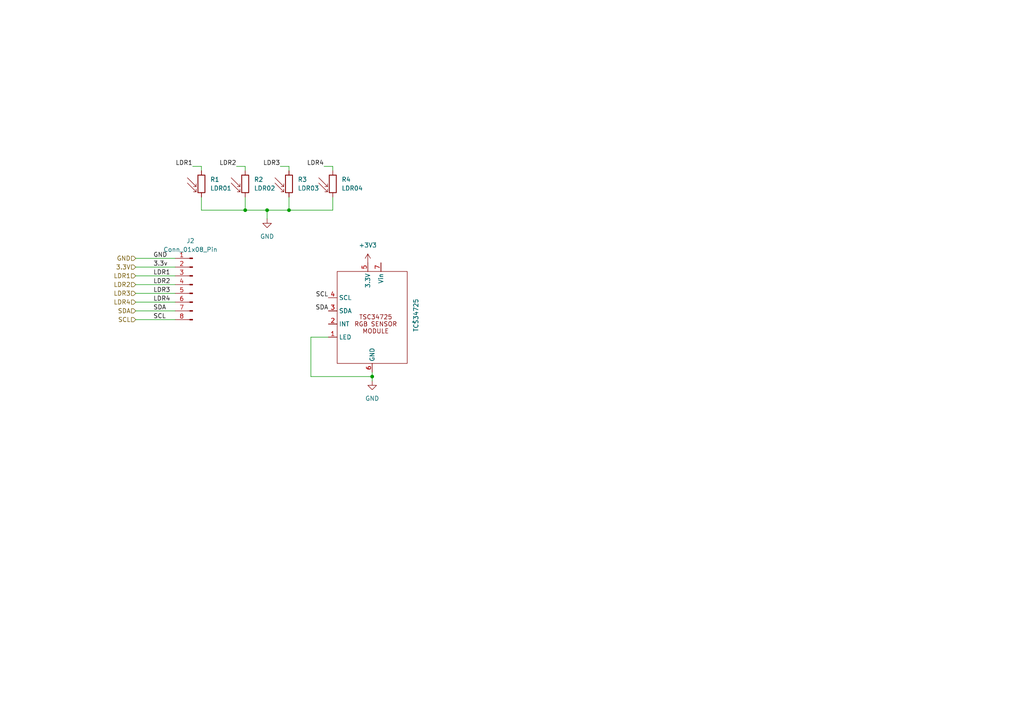
<source format=kicad_sch>
(kicad_sch (version 20231120) (generator "eeschema") (generator_version "8.0")
  (paper "A4")
  (lib_symbols
    (symbol "arduino_modulos:TCS34725_RGB_SENSOR_MODULE"
      (property "Reference" "TCS34725" (at 1.016 5.842 0))
      (symbol "TCS34725_RGB_SENSOR_MODULE_0_1"
        (rectangle (start -10.16 15.24) (end 10.16 -11.43))
      )
      (symbol "TCS34725_RGB_SENSOR_MODULE_1_1"
        (text "TSC34725\nRGB SENSOR\nMODULE" (at 1.016 0 0) (effects (font (size 1.27 1.27))))
        (pin input line (at -12.7 -3.81 0) (length 2.54) (name "LED") (number "1"))
        (pin input line (at -12.7 0 0) (length 2.54) (name "INT") (number "2"))
        (pin bidirectional line (at -12.7 3.81 0) (length 2.54) (name "SDA") (number "3"))
        (pin input line (at -12.7 7.62 0) (length 2.54) (name "SCL") (number "4"))
        (pin power_in line (at -1.27 17.78 270) (length 2.54) (name "3.3V") (number "5"))
        (pin power_in line (at 0 -13.97 90) (length 2.54) (name "GND") (number "6"))
        (pin power_in line (at 2.54 17.78 270) (length 2.54) (name "Vin") (number "7"))
      )
    )
    (symbol "solar_tracker:+3V3" (power) (pin_names (offset 0))
      (property "Value" "+3V3" (at 0 3.556 0))
      (symbol "+3V3_0_1"
        (polyline (pts (xy -0.762 1.27) (xy 0 2.54)))
        (polyline (pts (xy 0 0) (xy 0 2.54)))
        (polyline (pts (xy 0 2.54) (xy 0.762 1.27)))
      )
      (symbol "+3V3_1_1"
        (pin power_in line (at 0 0 90) (length 0) hide (name "+3V3") (number "1"))
      )
    )
    (symbol "solar_tracker:Conn_01x08_Pin" (pin_names (offset 1.016) hide)
      (property "Reference" "J" (at 0 10.16 0))
      (property "Value" "Conn_01x08_Pin" (at 0 -12.7 0))
      (symbol "Conn_01x08_Pin_1_1"
        (polyline (pts (xy 1.27 -10.16) (xy 0.8636 -10.16)) (stroke (width 0.1524)))
        (polyline (pts (xy 1.27 -7.62) (xy 0.8636 -7.62)) (stroke (width 0.1524)))
        (polyline (pts (xy 1.27 -5.08) (xy 0.8636 -5.08)) (stroke (width 0.1524)))
        (polyline (pts (xy 1.27 -2.54) (xy 0.8636 -2.54)) (stroke (width 0.1524)))
        (polyline (pts (xy 1.27 0) (xy 0.8636 0)) (stroke (width 0.1524)))
        (polyline (pts (xy 1.27 2.54) (xy 0.8636 2.54)) (stroke (width 0.1524)))
        (polyline (pts (xy 1.27 5.08) (xy 0.8636 5.08)) (stroke (width 0.1524)))
        (polyline (pts (xy 1.27 7.62) (xy 0.8636 7.62)) (stroke (width 0.1524)))
        (rectangle (start 0.8636 -10.033) (end 0 -10.287) (stroke (width 0.1524)) (fill (type outline)))
        (rectangle (start 0.8636 -7.493) (end 0 -7.747) (stroke (width 0.1524)) (fill (type outline)))
        (rectangle (start 0.8636 -4.953) (end 0 -5.207) (stroke (width 0.1524)) (fill (type outline)))
        (rectangle (start 0.8636 -2.413) (end 0 -2.667) (stroke (width 0.1524)) (fill (type outline)))
        (rectangle (start 0.8636 0.127) (end 0 -0.127) (stroke (width 0.1524)) (fill (type outline)))
        (rectangle (start 0.8636 2.667) (end 0 2.413) (stroke (width 0.1524)) (fill (type outline)))
        (rectangle (start 0.8636 5.207) (end 0 4.953) (stroke (width 0.1524)) (fill (type outline)))
        (rectangle (start 0.8636 7.747) (end 0 7.493) (stroke (width 0.1524)) (fill (type outline)))
        (pin passive line (at 5.08 7.62 180) (length 3.81) (name "Pin_1") (number "1"))
        (pin passive line (at 5.08 5.08 180) (length 3.81) (name "Pin_2") (number "2"))
        (pin passive line (at 5.08 2.54 180) (length 3.81) (name "Pin_3") (number "3"))
        (pin passive line (at 5.08 0 180) (length 3.81) (name "Pin_4") (number "4"))
        (pin passive line (at 5.08 -2.54 180) (length 3.81) (name "Pin_5") (number "5"))
        (pin passive line (at 5.08 -5.08 180) (length 3.81) (name "Pin_6") (number "6"))
        (pin passive line (at 5.08 -7.62 180) (length 3.81) (name "Pin_7") (number "7"))
        (pin passive line (at 5.08 -10.16 180) (length 3.81) (name "Pin_8") (number "8"))
      )
    )
    (symbol "solar_tracker:GND" (power) (pin_numbers hide) (pin_names (offset 0) hide)
      (property "Value" "GND" (at 0 -3.81 0))
      (symbol "GND_0_1"
        (polyline (pts (xy 0 0) (xy 0 -1.27) (xy 1.27 -1.27) (xy 0 -2.54) (xy -1.27 -1.27) (xy 0 -1.27)))
      )
      (symbol "GND_1_1"
        (pin power_in line (at 0 0 270) (length 0) (name "~") (number "1"))
      )
    )
    (symbol "solar_tracker:LDR03" (pin_numbers hide) (pin_names (offset 0))
      (property "Reference" "R" (at -5.08 0 90))
      (property "Value" "LDR03" (at 1.905 0 90))
      (symbol "LDR03_0_1"
        (rectangle (start -1.016 2.54) (end 1.016 -2.54) (stroke (width 0.254)))
        (polyline (pts (xy -1.524 -2.286) (xy -4.064 0.254)))
        (polyline (pts (xy -1.524 -2.286) (xy -2.286 -2.286)))
        (polyline (pts (xy -1.524 -2.286) (xy -1.524 -1.524)))
        (polyline (pts (xy -1.524 -0.762) (xy -4.064 1.778)))
        (polyline (pts (xy -1.524 -0.762) (xy -2.286 -0.762)))
        (polyline (pts (xy -1.524 -0.762) (xy -1.524 0)))
      )
      (symbol "LDR03_1_1"
        (pin passive line (at 0 3.81 270) (length 1.27) (name "~") (number "1"))
        (pin passive line (at 0 -3.81 90) (length 1.27) (name "~") (number "2"))
      )
    )
  )
  (junction (at 71.12 60.96))
  (junction (at 83.82 60.96))
  (junction (at 77.47 60.96))
  (junction (at 107.95 109.22))
  (wire (pts (xy 39.37 77.47) (xy 50.8 77.47)))
  (wire (pts (xy 39.37 74.93) (xy 50.8 74.93)))
  (wire (pts (xy 90.17 97.79) (xy 90.17 109.22)))
  (wire (pts (xy 58.42 57.15) (xy 58.42 60.96)))
  (wire (pts (xy 93.98 48.26) (xy 96.52 48.26)))
  (wire (pts (xy 71.12 48.26) (xy 71.12 49.53)))
  (wire (pts (xy 95.25 97.79) (xy 90.17 97.79)))
  (wire (pts (xy 68.58 48.26) (xy 71.12 48.26)))
  (wire (pts (xy 39.37 92.71) (xy 50.8 92.71)))
  (wire (pts (xy 55.88 48.26) (xy 58.42 48.26)))
  (wire (pts (xy 83.82 48.26) (xy 83.82 49.53)))
  (wire (pts (xy 39.37 80.01) (xy 50.8 80.01)))
  (wire (pts (xy 107.95 107.95) (xy 107.95 109.22)))
  (wire (pts (xy 39.37 82.55) (xy 50.8 82.55)))
  (wire (pts (xy 96.52 60.96) (xy 96.52 57.15)))
  (wire (pts (xy 90.17 109.22) (xy 107.95 109.22)))
  (wire (pts (xy 71.12 60.96) (xy 77.47 60.96)))
  (wire (pts (xy 58.42 60.96) (xy 71.12 60.96)))
  (wire (pts (xy 71.12 57.15) (xy 71.12 60.96)))
  (wire (pts (xy 96.52 48.26) (xy 96.52 49.53)))
  (wire (pts (xy 39.37 85.09) (xy 50.8 85.09)))
  (wire (pts (xy 77.47 60.96) (xy 77.47 63.5)))
  (wire (pts (xy 39.37 87.63) (xy 50.8 87.63)))
  (wire (pts (xy 81.28 48.26) (xy 83.82 48.26)))
  (wire (pts (xy 83.82 60.96) (xy 96.52 60.96)))
  (wire (pts (xy 39.37 90.17) (xy 50.8 90.17)))
  (wire (pts (xy 77.47 60.96) (xy 83.82 60.96)))
  (wire (pts (xy 107.95 109.22) (xy 107.95 110.49)))
  (wire (pts (xy 58.42 48.26) (xy 58.42 49.53)))
  (wire (pts (xy 83.82 57.15) (xy 83.82 60.96)))
  (label "LDR4" (at 44.45 87.63 0))
  (label "SCL" (at 44.45 92.71 0))
  (label "LDR2" (at 44.45 82.55 0))
  (label "LDR1" (at 55.88 48.26 180))
  (label "LDR4" (at 93.98 48.26 180))
  (label "LDR1" (at 44.45 80.01 0))
  (label "SDA" (at 44.45 90.17 0))
  (label "LDR3" (at 44.45 85.09 0))
  (label "LDR3" (at 81.28 48.26 180))
  (label "SCL" (at 95.25 86.36 180))
  (label "3.3v" (at 44.45 77.47 0))
  (label "GND" (at 44.45 74.93 0))
  (label "LDR2" (at 68.58 48.26 180))
  (label "SDA" (at 95.25 90.17 180))
  (hierarchical_label "SDA" (shape input) (at 39.37 90.17 180))
  (hierarchical_label "LDR1" (shape input) (at 39.37 80.01 180))
  (hierarchical_label "3.3V" (shape input) (at 39.37 77.47 180))
  (hierarchical_label "SCL" (shape input) (at 39.37 92.71 180))
  (hierarchical_label "GND" (shape input) (at 39.37 74.93 180))
  (hierarchical_label "LDR3" (shape input) (at 39.37 85.09 180))
  (hierarchical_label "LDR2" (shape input) (at 39.37 82.55 180))
  (hierarchical_label "LDR4" (shape input) (at 39.37 87.63 180))
  (symbol (lib_id "solar_tracker:GND") (at 107.95 110.49 0) (unit 1)
    (property "Reference" "#PWR04" (effects (hide yes)))
    (property "Value" "GND" (at 107.95 115.57 0))
    (property "Description" "Power symbol creates a global label with name \"GND\" , ground" (effects (hide yes)))
  )
  (symbol (lib_id "solar_tracker:LDR03") (at 58.42 53.34 0) (unit 1)
    (property "Reference" "R1" (at 60.96 52.0699 0) (effects (justify left)))
    (property "Value" "LDR01" (at 60.96 54.6099 0) (effects (justify left)))
    (property "Footprint" "solar_tracker:R_LDR_5.1x4.3mm_P3.4mm_Vertical" (effects (hide yes)))
    (property "Datasheet" "http://www.elektronica-componenten.nl/WebRoot/StoreNL/Shops/61422969/54F1/BA0C/C664/31B9/2173/C0A8/2AB9/2AEF/LDR03IMP.pdf" (effects (hide yes)))
    (property "Description" "light dependent resistor" (effects (hide yes)))
  )
  (symbol (lib_id "solar_tracker:GND") (at 77.47 63.5 0) (unit 1)
    (property "Reference" "#PWR01" (effects (hide yes)))
    (property "Value" "GND" (at 77.47 68.58 0))
    (property "Description" "Power symbol creates a global label with name \"GND\" , ground" (effects (hide yes)))
  )
  (symbol (lib_id "solar_tracker:LDR03") (at 71.12 53.34 0) (unit 1)
    (property "Reference" "R2" (at 73.66 52.0699 0) (effects (justify left)))
    (property "Value" "LDR02" (at 73.66 54.6099 0) (effects (justify left)))
    (property "Footprint" "solar_tracker:R_LDR_5.1x4.3mm_P3.4mm_Vertical" (effects (hide yes)))
    (property "Datasheet" "http://www.elektronica-componenten.nl/WebRoot/StoreNL/Shops/61422969/54F1/BA0C/C664/31B9/2173/C0A8/2AB9/2AEF/LDR03IMP.pdf" (effects (hide yes)))
    (property "Description" "light dependent resistor" (effects (hide yes)))
  )
  (symbol (lib_id "solar_tracker:Conn_01x08_Pin") (at 55.88 82.55 0) (mirror y) (unit 1)
    (property "Reference" "J2" (at 55.245 69.85 0))
    (property "Value" "Conn_01x08_Pin" (at 55.245 72.39 0))
    (property "Footprint" "solar_tracker:PinHeader_1x08_P2.54mm_Vertical_large_pad" (effects (hide yes)))
    (property "Description" "Generic connector, single row, 01x08, script generated" (effects (hide yes)))
  )
  (symbol (lib_id "solar_tracker:+3V3") (at 106.68 76.2 0) (unit 1)
    (property "Reference" "#PWR03" (effects (hide yes)))
    (property "Value" "+3V3" (at 106.68 71.12 0))
    (property "Description" "Power symbol creates a global label with name \"+3V3\"" (effects (hide yes)))
  )
  (symbol (lib_id "solar_tracker:LDR03") (at 96.52 53.34 0) (unit 1)
    (property "Reference" "R4" (at 99.06 52.0699 0) (effects (justify left)))
    (property "Value" "LDR04" (at 99.06 54.6099 0) (effects (justify left)))
    (property "Footprint" "solar_tracker:R_LDR_5.1x4.3mm_P3.4mm_Vertical" (effects (hide yes)))
    (property "Datasheet" "http://www.elektronica-componenten.nl/WebRoot/StoreNL/Shops/61422969/54F1/BA0C/C664/31B9/2173/C0A8/2AB9/2AEF/LDR03IMP.pdf" (effects (hide yes)))
    (property "Description" "light dependent resistor" (effects (hide yes)))
  )
  (symbol (lib_id "solar_tracker:LDR03") (at 83.82 53.34 0) (unit 1)
    (property "Reference" "R3" (at 86.36 52.0699 0) (effects (justify left)))
    (property "Value" "LDR03" (at 86.36 54.6099 0) (effects (justify left)))
    (property "Footprint" "solar_tracker:R_LDR_5.1x4.3mm_P3.4mm_Vertical" (effects (hide yes)))
    (property "Datasheet" "http://www.elektronica-componenten.nl/WebRoot/StoreNL/Shops/61422969/54F1/BA0C/C664/31B9/2173/C0A8/2AB9/2AEF/LDR03IMP.pdf" (effects (hide yes)))
    (property "Description" "light dependent resistor" (effects (hide yes)))
  )
  (symbol (lib_id "arduino_modulos:TCS34725_RGB_SENSOR_MODULE") (at 107.95 93.98 0) (unit 1)
    (property "Reference" "TCS34725" (at 120.65 91.44 90))
    (property "Value" "~" (at 119.38 93.345 0) (effects (justify left)))
    (property "Footprint" "solar_tracker:TSC34725_RGB_SENSOR" (effects (hide yes)))
  )
)
</source>
